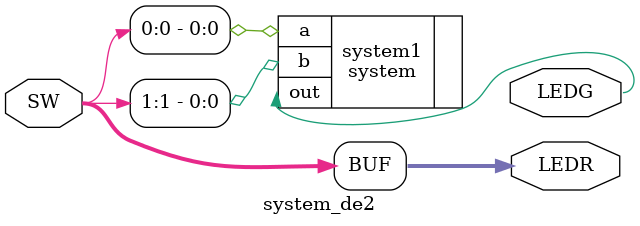
<source format=v>
module system_de2(
	input [1:0]SW,
	output [1:0]LEDR,
	output [0:0]LEDG
	);
	
	assign LEDR = SW;
	
	system system1 (
		.a (SW[0]),
		.b (SW[1]),
		.out (LEDG)
	);
	
endmodule
</source>
